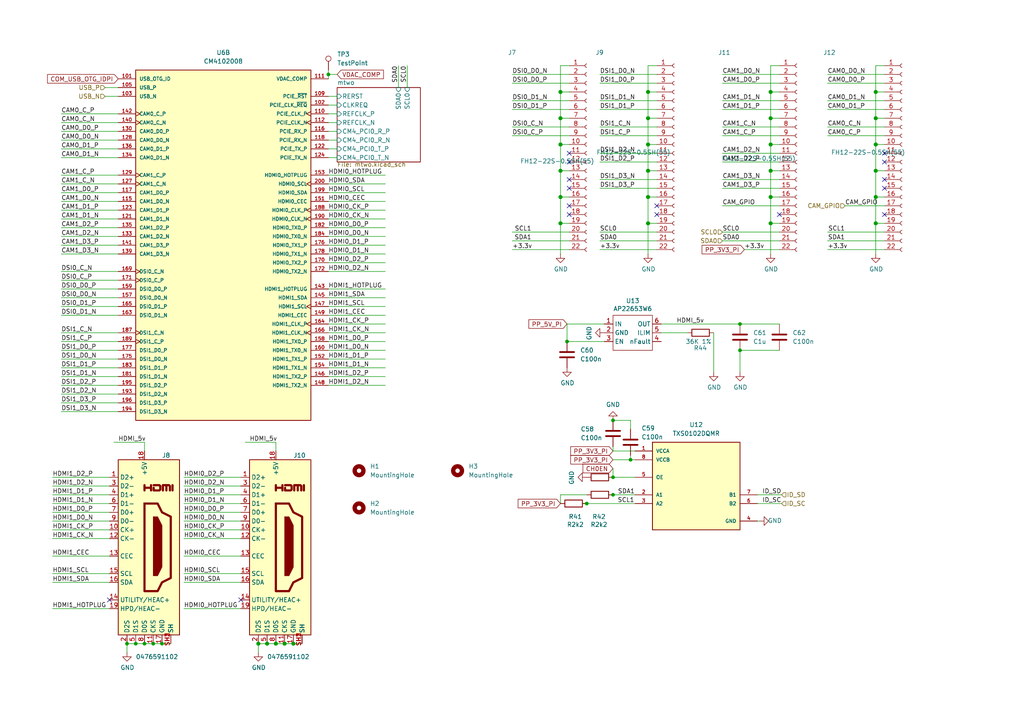
<source format=kicad_sch>
(kicad_sch (version 20231120) (generator "eeschema") (generator_version "8.0")
  (paper "A4")
  (title_block (title "HSI Interfaces") (date "2025-02-17") (rev "2.0") (comment 1 "Matthew Guo") (comment 2 "matthew@paisleymicro.com") (comment 3 "Matthew Guo") (comment 4 "matthew@paisleymicro.com") (comment 5 "Firefly-4") (comment 6 "PAISLEY-FC-4") (comment 7 "2025") (comment 8 "Firefly Automation Controller for RPi CM4"))
  (junction (at 254 64.77) (diameter 1.016))
  (junction (at 77.47 186.69) (diameter 1.016))
  (junction (at 82.55 186.69) (diameter 1.016))
  (junction (at 162.56 34.29) (diameter 1.016))
  (junction (at 164.465 99.06))
  (junction (at 177.8 121.92))
  (junction (at 223.52 34.29) (diameter 1.016))
  (junction (at 223.52 26.67) (diameter 1.016))
  (junction (at 223.52 57.15) (diameter 1.016))
  (junction (at 162.56 57.15) (diameter 1.016))
  (junction (at 187.96 57.15) (diameter 1.016))
  (junction (at 95.25 21.59))
  (junction (at 254 49.53) (diameter 1.016))
  (junction (at 214.63 93.98))
  (junction (at 162.56 41.91) (diameter 1.016))
  (junction (at 214.63 101.6))
  (junction (at 187.96 49.53) (diameter 1.016))
  (junction (at 254 34.29) (diameter 1.016))
  (junction (at 223.52 64.77) (diameter 1.016))
  (junction (at 254 41.91) (diameter 1.016))
  (junction (at 85.09 186.69) (diameter 1.016))
  (junction (at 254 57.15) (diameter 1.016))
  (junction (at 46.99 186.69))
  (junction (at 162.56 49.53) (diameter 1.016))
  (junction (at 223.52 41.91) (diameter 1.016))
  (junction (at 177.8 138.43))
  (junction (at 182.88 133.35))
  (junction (at 254 26.67) (diameter 1.016))
  (junction (at 36.83 186.69))
  (junction (at 187.96 26.67) (diameter 1.016))
  (junction (at 162.56 64.77) (diameter 1.016))
  (junction (at 80.01 186.69) (diameter 1.016))
  (junction (at 41.91 186.69))
  (junction (at 177.8 143.51))
  (junction (at 170.18 146.05))
  (junction (at 74.93 186.69) (diameter 1.016))
  (junction (at 187.96 41.91) (diameter 1.016))
  (junction (at 223.52 49.53) (diameter 1.016))
  (junction (at 44.45 186.69))
  (junction (at 39.37 186.69))
  (junction (at 162.56 26.67) (diameter 1.016))
  (junction (at 187.96 64.77) (diameter 1.016))
  (junction (at 187.96 34.29) (diameter 1.016))
  (no_connect (at 165.1 44.45))
  (no_connect (at 256.54 52.07))
  (no_connect (at 190.5 59.69))
  (no_connect (at 165.1 52.07))
  (no_connect (at 256.54 46.99))
  (no_connect (at 165.1 59.69))
  (no_connect (at 256.54 54.61))
  (no_connect (at 256.54 62.23))
  (no_connect (at 256.54 44.45))
  (no_connect (at 69.85 173.99))
  (no_connect (at 190.5 62.23))
  (no_connect (at 165.1 54.61))
  (no_connect (at 165.1 46.99))
  (no_connect (at 226.06 62.23))
  (no_connect (at 31.75 173.99))
  (no_connect (at 165.1 62.23))
  (wire (pts (xy 173.99 39.37) (xy 190.5 39.37)))
  (wire (pts (xy 95.25 50.8) (xy 111.76 50.8)))
  (wire (pts (xy 184.15 133.35) (xy 182.88 133.35)))
  (wire (pts (xy 162.56 34.29) (xy 162.56 41.91)))
  (wire (pts (xy 17.78 99.06) (xy 34.29 99.06)))
  (wire (pts (xy 15.24 140.97) (xy 31.75 140.97)))
  (wire (pts (xy 187.96 41.91) (xy 187.96 49.53)))
  (wire (pts (xy 209.55 36.83) (xy 226.06 36.83)))
  (wire (pts (xy 17.78 81.28) (xy 34.29 81.28)))
  (wire (pts (xy 223.52 57.15) (xy 226.06 57.15)))
  (wire (pts (xy 53.34 166.37) (xy 69.85 166.37)))
  (wire (pts (xy 209.55 44.45) (xy 226.06 44.45)))
  (wire (pts (xy 17.78 55.88) (xy 34.29 55.88)))
  (wire (pts (xy 182.88 132.08) (xy 182.88 133.35)))
  (wire (pts (xy 223.52 57.15) (xy 223.52 64.77)))
  (wire (pts (xy 95.25 106.68) (xy 111.76 106.68)))
  (wire (pts (xy 115.57 19.05) (xy 115.57 25.4)))
  (wire (pts (xy 148.59 21.59) (xy 165.1 21.59)))
  (wire (pts (xy 162.56 143.51) (xy 162.56 146.05)))
  (wire (pts (xy 95.25 60.96) (xy 111.76 60.96)))
  (wire (pts (xy 74.93 186.69) (xy 77.47 186.69)))
  (wire (pts (xy 226.06 19.05) (xy 223.52 19.05)))
  (wire (pts (xy 240.03 39.37) (xy 256.54 39.37)))
  (wire (pts (xy 165.1 69.85) (xy 148.59 69.85)))
  (wire (pts (xy 187.96 57.15) (xy 190.5 57.15)))
  (wire (pts (xy 209.55 54.61) (xy 226.06 54.61)))
  (wire (pts (xy 177.8 133.35) (xy 182.88 133.35)))
  (wire (pts (xy 41.91 186.69) (xy 44.45 186.69)))
  (wire (pts (xy 254 19.05) (xy 254 26.67)))
  (wire (pts (xy 190.5 19.05) (xy 187.96 19.05)))
  (wire (pts (xy 162.56 26.67) (xy 162.56 34.29)))
  (wire (pts (xy 53.34 176.53) (xy 69.85 176.53)))
  (wire (pts (xy 162.56 34.29) (xy 165.1 34.29)))
  (wire (pts (xy 95.25 71.12) (xy 111.76 71.12)))
  (wire (pts (xy 95.25 33.02) (xy 97.79 33.02)))
  (wire (pts (xy 254 64.77) (xy 256.54 64.77)))
  (wire (pts (xy 214.63 93.98) (xy 191.77 93.98)))
  (wire (pts (xy 17.78 71.12) (xy 34.29 71.12)))
  (wire (pts (xy 17.78 38.1) (xy 34.29 38.1)))
  (wire (pts (xy 80.01 186.69) (xy 82.55 186.69)))
  (wire (pts (xy 223.52 26.67) (xy 223.52 34.29)))
  (wire (pts (xy 74.93 186.69) (xy 74.93 189.23)))
  (wire (pts (xy 95.25 88.9) (xy 111.76 88.9)))
  (wire (pts (xy 15.24 153.67) (xy 31.75 153.67)))
  (wire (pts (xy 177.8 121.92) (xy 182.88 121.92)))
  (wire (pts (xy 95.25 55.88) (xy 111.76 55.88)))
  (wire (pts (xy 95.25 40.64) (xy 97.79 40.64)))
  (wire (pts (xy 240.03 31.75) (xy 256.54 31.75)))
  (wire (pts (xy 209.55 52.07) (xy 226.06 52.07)))
  (wire (pts (xy 17.78 104.14) (xy 34.29 104.14)))
  (wire (pts (xy 209.55 29.21) (xy 226.06 29.21)))
  (wire (pts (xy 17.78 35.56) (xy 34.29 35.56)))
  (wire (pts (xy 95.25 63.5) (xy 111.76 63.5)))
  (wire (pts (xy 95.25 111.76) (xy 111.76 111.76)))
  (wire (pts (xy 17.78 106.68) (xy 34.29 106.68)))
  (wire (pts (xy 187.96 49.53) (xy 190.5 49.53)))
  (wire (pts (xy 187.96 26.67) (xy 187.96 34.29)))
  (wire (pts (xy 162.56 49.53) (xy 165.1 49.53)))
  (wire (pts (xy 177.8 138.43) (xy 184.15 138.43)))
  (wire (pts (xy 223.52 41.91) (xy 226.06 41.91)))
  (wire (pts (xy 15.24 168.91) (xy 31.75 168.91)))
  (wire (pts (xy 17.78 66.04) (xy 34.29 66.04)))
  (wire (pts (xy 173.99 52.07) (xy 190.5 52.07)))
  (wire (pts (xy 17.78 78.74) (xy 34.29 78.74)))
  (wire (pts (xy 256.54 67.31) (xy 240.03 67.31)))
  (wire (pts (xy 190.5 67.31) (xy 173.99 67.31)))
  (wire (pts (xy 17.78 101.6) (xy 34.29 101.6)))
  (wire (pts (xy 148.59 36.83) (xy 165.1 36.83)))
  (wire (pts (xy 254 34.29) (xy 256.54 34.29)))
  (wire (pts (xy 162.56 57.15) (xy 162.56 64.77)))
  (wire (pts (xy 223.52 64.77) (xy 226.06 64.77)))
  (wire (pts (xy 17.78 111.76) (xy 34.29 111.76)))
  (wire (pts (xy 254 57.15) (xy 254 64.77)))
  (wire (pts (xy 162.56 41.91) (xy 162.56 49.53)))
  (wire (pts (xy 256.54 19.05) (xy 254 19.05)))
  (wire (pts (xy 95.25 58.42) (xy 111.76 58.42)))
  (wire (pts (xy 95.25 43.18) (xy 97.79 43.18)))
  (wire (pts (xy 223.52 41.91) (xy 223.52 49.53)))
  (wire (pts (xy 17.78 96.52) (xy 34.29 96.52)))
  (wire (pts (xy 209.55 46.99) (xy 226.06 46.99)))
  (wire (pts (xy 82.55 186.69) (xy 85.09 186.69)))
  (wire (pts (xy 254 26.67) (xy 254 34.29)))
  (wire (pts (xy 17.78 86.36) (xy 34.29 86.36)))
  (wire (pts (xy 190.5 72.39) (xy 173.99 72.39)))
  (wire (pts (xy 162.56 64.77) (xy 165.1 64.77)))
  (wire (pts (xy 177.8 130.81) (xy 184.15 130.81)))
  (wire (pts (xy 173.99 29.21) (xy 190.5 29.21)))
  (wire (pts (xy 176.53 143.51) (xy 177.8 143.51)))
  (wire (pts (xy 53.34 148.59) (xy 69.85 148.59)))
  (wire (pts (xy 53.34 151.13) (xy 69.85 151.13)))
  (wire (pts (xy 17.78 88.9) (xy 34.29 88.9)))
  (wire (pts (xy 95.25 45.72) (xy 97.79 45.72)))
  (wire (pts (xy 53.34 140.97) (xy 69.85 140.97)))
  (wire (pts (xy 187.96 34.29) (xy 187.96 41.91)))
  (wire (pts (xy 148.59 31.75) (xy 165.1 31.75)))
  (wire (pts (xy 240.03 36.83) (xy 256.54 36.83)))
  (wire (pts (xy 36.83 186.69) (xy 36.83 189.23)))
  (wire (pts (xy 15.24 156.21) (xy 31.75 156.21)))
  (wire (pts (xy 223.52 34.29) (xy 226.06 34.29)))
  (wire (pts (xy 223.52 26.67) (xy 226.06 26.67)))
  (wire (pts (xy 209.55 21.59) (xy 226.06 21.59)))
  (wire (pts (xy 164.465 93.98) (xy 175.26 93.98)))
  (wire (pts (xy 226.06 69.85) (xy 209.55 69.85)))
  (wire (pts (xy 173.99 46.99) (xy 190.5 46.99)))
  (wire (pts (xy 17.78 40.64) (xy 34.29 40.64)))
  (wire (pts (xy 187.96 34.29) (xy 190.5 34.29)))
  (wire (pts (xy 95.25 83.82) (xy 111.76 83.82)))
  (wire (pts (xy 214.63 93.98) (xy 226.06 93.98)))
  (wire (pts (xy 162.56 57.15) (xy 165.1 57.15)))
  (wire (pts (xy 53.34 161.29) (xy 69.85 161.29)))
  (wire (pts (xy 95.25 38.1) (xy 97.79 38.1)))
  (wire (pts (xy 256.54 69.85) (xy 240.03 69.85)))
  (wire (pts (xy 245.11 59.69) (xy 256.54 59.69)))
  (wire (pts (xy 53.34 138.43) (xy 69.85 138.43)))
  (wire (pts (xy 164.465 99.06) (xy 164.465 93.98)))
  (wire (pts (xy 33.02 128.27) (xy 41.91 128.27)))
  (wire (pts (xy 95.25 91.44) (xy 111.76 91.44)))
  (wire (pts (xy 223.52 64.77) (xy 223.52 73.66)))
  (wire (pts (xy 226.695 143.51) (xy 219.71 143.51)))
  (wire (pts (xy 187.96 57.15) (xy 187.96 64.77)))
  (wire (pts (xy 214.63 101.6) (xy 226.06 101.6)))
  (wire (pts (xy 187.96 19.05) (xy 187.96 26.67)))
  (wire (pts (xy 95.25 109.22) (xy 111.76 109.22)))
  (wire (pts (xy 17.78 45.72) (xy 34.29 45.72)))
  (wire (pts (xy 39.37 186.69) (xy 41.91 186.69)))
  (wire (pts (xy 53.34 146.05) (xy 69.85 146.05)))
  (wire (pts (xy 170.18 143.51) (xy 162.56 143.51)))
  (wire (pts (xy 15.24 166.37) (xy 31.75 166.37)))
  (wire (pts (xy 254 49.53) (xy 256.54 49.53)))
  (wire (pts (xy 95.25 86.36) (xy 111.76 86.36)))
  (wire (pts (xy 17.78 91.44) (xy 34.29 91.44)))
  (wire (pts (xy 15.24 151.13) (xy 31.75 151.13)))
  (wire (pts (xy 165.1 19.05) (xy 162.56 19.05)))
  (wire (pts (xy 177.8 129.54) (xy 177.8 130.81)))
  (wire (pts (xy 95.25 99.06) (xy 111.76 99.06)))
  (wire (pts (xy 95.25 73.66) (xy 111.76 73.66)))
  (wire (pts (xy 240.03 24.13) (xy 256.54 24.13)))
  (wire (pts (xy 17.78 114.3) (xy 34.29 114.3)))
  (wire (pts (xy 53.34 156.21) (xy 69.85 156.21)))
  (wire (pts (xy 95.25 76.2) (xy 111.76 76.2)))
  (wire (pts (xy 170.18 146.05) (xy 184.023 146.05)))
  (wire (pts (xy 190.5 69.85) (xy 173.99 69.85)))
  (wire (pts (xy 30.48 27.94) (xy 34.29 27.94)))
  (wire (pts (xy 95.25 20.32) (xy 95.25 21.59)))
  (wire (pts (xy 36.83 186.69) (xy 39.37 186.69)))
  (wire (pts (xy 209.55 39.37) (xy 226.06 39.37)))
  (wire (pts (xy 44.45 186.69) (xy 46.99 186.69)))
  (wire (pts (xy 223.52 49.53) (xy 223.52 57.15)))
  (wire (pts (xy 30.48 25.4) (xy 34.29 25.4)))
  (wire (pts (xy 209.55 24.13) (xy 226.06 24.13)))
  (wire (pts (xy 46.99 186.69) (xy 49.53 186.69)))
  (wire (pts (xy 187.96 64.77) (xy 190.5 64.77)))
  (wire (pts (xy 95.25 104.14) (xy 111.76 104.14)))
  (wire (pts (xy 215.9 72.39) (xy 226.06 72.39)))
  (wire (pts (xy 85.09 186.69) (xy 87.63 186.69)))
  (wire (pts (xy 223.52 19.05) (xy 223.52 26.67)))
  (wire (pts (xy 15.24 146.05) (xy 31.75 146.05)))
  (wire (pts (xy 17.78 119.38) (xy 34.29 119.38)))
  (wire (pts (xy 95.25 78.74) (xy 111.76 78.74)))
  (wire (pts (xy 162.56 41.91) (xy 165.1 41.91)))
  (wire (pts (xy 17.78 60.96) (xy 34.29 60.96)))
  (wire (pts (xy 165.1 67.31) (xy 148.59 67.31)))
  (wire (pts (xy 209.55 31.75) (xy 226.06 31.75)))
  (wire (pts (xy 187.96 64.77) (xy 187.96 73.66)))
  (wire (pts (xy 223.52 34.29) (xy 223.52 41.91)))
  (wire (pts (xy 173.99 21.59) (xy 190.5 21.59)))
  (wire (pts (xy 17.78 53.34) (xy 34.29 53.34)))
  (wire (pts (xy 162.56 64.77) (xy 162.56 73.66)))
  (wire (pts (xy 173.99 44.45) (xy 190.5 44.45)))
  (wire (pts (xy 17.78 109.22) (xy 34.29 109.22)))
  (wire (pts (xy 254 41.91) (xy 256.54 41.91)))
  (wire (pts (xy 254 26.67) (xy 256.54 26.67)))
  (wire (pts (xy 209.55 59.69) (xy 226.06 59.69)))
  (wire (pts (xy 214.63 107.95) (xy 214.63 101.6)))
  (wire (pts (xy 15.24 143.51) (xy 31.75 143.51)))
  (wire (pts (xy 254 64.77) (xy 254 73.66)))
  (wire (pts (xy 162.56 49.53) (xy 162.56 57.15)))
  (wire (pts (xy 17.78 50.8) (xy 34.29 50.8)))
  (wire (pts (xy 187.96 41.91) (xy 190.5 41.91)))
  (wire (pts (xy 254 41.91) (xy 254 49.53)))
  (wire (pts (xy 80.01 128.27) (xy 80.01 130.81)))
  (wire (pts (xy 17.78 68.58) (xy 34.29 68.58)))
  (wire (pts (xy 97.79 21.59) (xy 95.25 21.59)))
  (wire (pts (xy 95.25 96.52) (xy 111.76 96.52)))
  (wire (pts (xy 95.25 101.6) (xy 111.76 101.6)))
  (wire (pts (xy 53.34 143.51) (xy 69.85 143.51)))
  (wire (pts (xy 17.78 73.66) (xy 34.29 73.66)))
  (wire (pts (xy 118.11 19.05) (xy 118.11 25.4)))
  (wire (pts (xy 162.56 26.67) (xy 165.1 26.67)))
  (wire (pts (xy 53.34 153.67) (xy 69.85 153.67)))
  (wire (pts (xy 254 49.53) (xy 254 57.15)))
  (wire (pts (xy 162.56 19.05) (xy 162.56 26.67)))
  (wire (pts (xy 95.25 27.94) (xy 97.79 27.94)))
  (wire (pts (xy 168.91 146.05) (xy 170.18 146.05)))
  (wire (pts (xy 17.78 43.18) (xy 34.29 43.18)))
  (wire (pts (xy 177.8 135.89) (xy 177.8 138.43)))
  (wire (pts (xy 207.01 96.52) (xy 207.01 107.95)))
  (wire (pts (xy 148.59 29.21) (xy 165.1 29.21)))
  (wire (pts (xy 95.25 30.48) (xy 97.79 30.48)))
  (wire (pts (xy 95.25 21.59) (xy 95.25 22.86)))
  (wire (pts (xy 254 57.15) (xy 256.54 57.15)))
  (wire (pts (xy 15.24 176.53) (xy 31.75 176.53)))
  (wire (pts (xy 256.54 72.39) (xy 240.03 72.39)))
  (wire (pts (xy 173.99 36.83) (xy 190.5 36.83)))
  (wire (pts (xy 17.78 83.82) (xy 34.29 83.82)))
  (wire (pts (xy 177.8 143.51) (xy 184.15 143.51)))
  (wire (pts (xy 182.88 121.92) (xy 182.88 124.46)))
  (wire (pts (xy 187.96 26.67) (xy 190.5 26.67)))
  (wire (pts (xy 165.1 72.39) (xy 148.59 72.39)))
  (wire (pts (xy 187.96 49.53) (xy 187.96 57.15)))
  (wire (pts (xy 71.12 128.27) (xy 80.01 128.27)))
  (wire (pts (xy 148.59 39.37) (xy 165.1 39.37)))
  (wire (pts (xy 173.99 31.75) (xy 190.5 31.75)))
  (wire (pts (xy 15.24 148.59) (xy 31.75 148.59)))
  (wire (pts (xy 173.99 54.61) (xy 190.5 54.61)))
  (wire (pts (xy 53.34 168.91) (xy 69.85 168.91)))
  (wire (pts (xy 175.26 99.06) (xy 164.465 99.06)))
  (wire (pts (xy 219.71 151.13) (xy 220.345 151.13)))
  (wire (pts (xy 240.03 21.59) (xy 256.54 21.59)))
  (wire (pts (xy 226.695 146.05) (xy 219.71 146.05)))
  (wire (pts (xy 95.25 35.56) (xy 97.79 35.56)))
  (wire (pts (xy 95.25 66.04) (xy 111.76 66.04)))
  (wire (pts (xy 95.25 53.34) (xy 111.76 53.34)))
  (wire (pts (xy 254 34.29) (xy 254 41.91)))
  (wire (pts (xy 173.99 24.13) (xy 190.5 24.13)))
  (wire (pts (xy 77.47 186.69) (xy 80.01 186.69)))
  (wire (pts (xy 223.52 49.53) (xy 226.06 49.53)))
  (wire (pts (xy 15.24 138.43) (xy 31.75 138.43)))
  (wire (pts (xy 95.25 68.58) (xy 111.76 68.58)))
  (wire (pts (xy 148.59 24.13) (xy 165.1 24.13)))
  (wire (pts (xy 191.77 96.52) (xy 199.39 96.52)))
  (wire (pts (xy 15.24 161.29) (xy 31.75 161.29)))
  (wire (pts (xy 41.91 128.27) (xy 41.91 130.81)))
  (wire (pts (xy 95.25 93.98) (xy 111.76 93.98)))
  (wire (pts (xy 240.03 29.21) (xy 256.54 29.21)))
  (wire (pts (xy 17.78 33.02) (xy 34.29 33.02)))
  (wire (pts (xy 17.78 58.42) (xy 34.29 58.42)))
  (wire (pts (xy 17.78 63.5) (xy 34.29 63.5)))
  (wire (pts (xy 226.06 67.31) (xy 209.55 67.31)))
  (wire (pts (xy 17.78 116.84) (xy 34.29 116.84)))
  (label "CAM0_D1_P" (at 240.03 31.75 0))
  (label "DSI0_D0_P" (at 148.59 24.13 0))
  (label "DSI1_D0_N" (at 173.99 21.59 0))
  (label "HDMI1_SCL" (at 15.24 166.37 0))
  (label "HDMI0_D0_N" (at 53.34 151.13 0))
  (label "ID_SD" (at 221.107 143.51 0))
  (label "CAM0_D1_N" (at 240.03 29.21 0))
  (label "CAM1_D0_N" (at 17.78 58.42 0))
  (label "DSI1_D2_N" (at 17.78 114.3 0))
  (label "DSI0_D1_N" (at 17.78 91.44 0))
  (label "DSI0_C_P" (at 148.59 39.37 0))
  (label "HDMI1_CEC" (at 15.24 161.29 0))
  (label "DSI1_D2_N" (at 173.99 44.45 0))
  (label "HDMI0_D1_N" (at 95.25 73.66 0))
  (label "ID_SC" (at 221.107 146.05 0))
  (label "SCL1" (at 184.023 146.05 180))
  (label "DSI1_D1_P" (at 17.78 106.68 0))
  (label "CAM1_D1_N" (at 17.78 63.5 0))
  (label "CAM1_C_P" (at 209.55 39.37 0))
  (label "HDMI1_CK_N" (at 95.25 96.52 0))
  (label "SDA0" (at 115.57 19.05 270))
  (label "CAM0_C_N" (at 240.03 36.83 0))
  (label "HDMI0_D1_P" (at 95.25 71.12 0))
  (label "HDMI1_SDA" (at 15.24 168.91 0))
  (label "HDMI1_D0_P" (at 95.25 99.06 0))
  (label "HDMI_5v" (at 72.39 128.27 0))
  (label "CAM0_C_N" (at 17.78 35.56 0))
  (label "HDMI1_D1_N" (at 95.25 106.68 0))
  (label "HDMI1_SDA" (at 95.25 86.36 0))
  (label "SDA0" (at 209.55 69.85 0))
  (label "CAM0_D0_N" (at 240.03 21.59 0))
  (label "DSI0_D0_N" (at 17.78 86.36 0))
  (label "+3.3v" (at 240.03 72.39 0))
  (label "HDMI1_D2_N" (at 15.24 140.97 0))
  (label "HDMI1_D1_P" (at 95.25 104.14 0))
  (label "HDMI1_D2_N" (at 95.25 111.76 0))
  (label "HDMI0_D2_P" (at 95.25 76.2 0))
  (label "DSI0_D0_N" (at 148.59 21.59 0))
  (label "HDMI_5v" (at 34.29 128.27 0))
  (label "HDMI0_SDA" (at 53.34 168.91 0))
  (label "CAM0_D0_N" (at 17.78 40.64 0))
  (label "HDMI1_HOTPLUG" (at 15.24 176.53 0))
  (label "HDMI1_D1_N" (at 15.24 146.05 0))
  (label "DSI1_D2_P" (at 173.99 46.99 0))
  (label "CAM1_D0_P" (at 209.55 24.13 0))
  (label "SCL0" (at 209.55 67.31 0))
  (label "DSI1_D3_P" (at 173.99 54.61 0))
  (label "HDMI1_CK_P" (at 95.25 93.98 0))
  (label "DSI1_D2_P" (at 17.78 111.76 0))
  (label "DSI0_C_N" (at 17.78 78.74 0))
  (label "SDA0" (at 173.99 69.85 0))
  (label "HDMI0_D0_P" (at 95.25 66.04 0))
  (label "+3.3v" (at 173.99 72.39 0))
  (label "+3.3v" (at 148.59 72.39 0))
  (label "DSI1_D0_P" (at 17.78 101.6 0))
  (label "HDMI0_CEC" (at 53.34 161.29 0))
  (label "CAM1_C_N" (at 17.78 53.34 0))
  (label "HDMI0_D2_N" (at 95.25 78.74 0))
  (label "SCL0" (at 173.99 67.31 0))
  (label "HDMI0_CK_P" (at 95.25 60.96 0))
  (label "SDA1" (at 245.11 69.85 180))
  (label "DSI1_C_N" (at 17.78 96.52 0))
  (label "HDMI0_SCL" (at 53.34 166.37 0))
  (label "DSI0_D0_P" (at 17.78 83.82 0))
  (label "SCL1" (at 245.11 67.31 180))
  (label "CAM1_D2_P" (at 17.78 66.04 0))
  (label "CAM0_D1_P" (at 17.78 43.18 0))
  (label "DSI1_C_P" (at 17.78 99.06 0))
  (label "CAM1_D3_N" (at 209.55 52.07 0))
  (label "SCL1" (at 154.178 67.31 180))
  (label "CAM1_D0_N" (at 209.55 21.59 0))
  (label "CAM0_C_P" (at 240.03 39.37 0))
  (label "HDMI1_D2_P" (at 95.25 109.22 0))
  (label "DSI1_D1_N" (at 173.99 29.21 0))
  (label "CAM1_D3_P" (at 209.55 54.61 0))
  (label "CAM1_C_P" (at 17.78 50.8 0))
  (label "HDMI1_D0_N" (at 95.25 101.6 0))
  (label "HDMI1_D0_P" (at 15.24 148.59 0))
  (label "HDMI0_D0_P" (at 53.34 148.59 0))
  (label "HDMI0_D2_P" (at 53.34 138.43 0))
  (label "DSI1_D1_P" (at 173.99 31.75 0))
  (label "HDMI0_SCL" (at 95.25 55.88 0))
  (label "CAM1_D2_P" (at 209.55 46.99 0))
  (label "DSI0_D1_N" (at 148.59 29.21 0))
  (label "CAM1_D0_P" (at 17.78 55.88 0))
  (label "DSI1_C_N" (at 173.99 36.83 0))
  (label "DSI0_C_P" (at 17.78 81.28 0))
  (label "CAM1_D1_P" (at 17.78 60.96 0))
  (label "SDA1" (at 154.178 69.85 180))
  (label "DSI1_C_P" (at 173.99 39.37 0))
  (label "HDMI1_CK_P" (at 15.24 153.67 0))
  (label "HDMI1_CEC" (at 95.25 91.44 0))
  (label "HDMI0_CEC" (at 95.25 58.42 0))
  (label "CAM_GPIO" (at 245.11 59.69 0))
  (label "HDMI0_CK_N" (at 95.25 63.5 0))
  (label "CAM1_D1_P" (at 209.55 31.75 0))
  (label "HDMI0_D1_P" (at 53.34 143.51 0))
  (label "CAM1_D3_P" (at 17.78 71.12 0))
  (label "CAM1_D1_N" (at 209.55 29.21 0))
  (label "SDA1" (at 184.15 143.51 180))
  (label "CAM1_C_N" (at 209.55 36.83 0))
  (label "CAM0_D1_N" (at 17.78 45.72 0))
  (label "+3.3v" (at 215.9 72.39 0))
  (label "CAM0_C_P" (at 17.78 33.02 0))
  (label "HDMI1_D0_N" (at 15.24 151.13 0))
  (label "DSI0_D1_P" (at 148.59 31.75 0))
  (label "HDMI0_SDA" (at 95.25 53.34 0))
  (label "CAM0_D0_P" (at 240.03 24.13 0))
  (label "HDMI0_D2_N" (at 53.34 140.97 0))
  (label "DSI1_D3_N" (at 17.78 119.38 0))
  (label "HDMI1_D2_P" (at 15.24 138.43 0))
  (label "HDMI0_HOTPLUG" (at 95.25 50.8 0))
  (label "SCL0" (at 118.11 19.05 270))
  (label "HDMI0_HOTPLUG" (at 53.34 176.53 0))
  (label "HDMI1_SCL" (at 95.25 88.9 0))
  (label "HDMI0_D1_N" (at 53.34 146.05 0))
  (label "HDMI0_CK_P" (at 53.34 153.67 0))
  (label "DSI1_D3_P" (at 17.78 116.84 0))
  (label "HDMI0_D0_N" (at 95.25 68.58 0))
  (label "HDMI1_HOTPLUG" (at 95.25 83.82 0))
  (label "DSI1_D0_N" (at 17.78 104.14 0))
  (label "HDMI0_CK_N" (at 53.34 156.21 0))
  (label "DSI0_D1_P" (at 17.78 88.9 0))
  (label "CAM_GPIO" (at 209.55 59.69 0))
  (label "HDMI1_D1_P" (at 15.24 143.51 0))
  (label "DSI1_D0_P" (at 173.99 24.13 0))
  (label "CAM0_D0_P" (at 17.78 38.1 0))
  (label "CAM1_D2_N" (at 17.78 68.58 0))
  (label "CAM1_D3_N" (at 17.78 73.66 0))
  (label "DSI1_D1_N" (at 17.78 109.22 0))
  (label "HDMI_5v" (at 196.215 93.98 0))
  (label "HDMI1_CK_N" (at 15.24 156.21 0))
  (label "DSI1_D3_N" (at 173.99 52.07 0))
  (label "CAM1_D2_N" (at 209.55 44.45 0))
  (label "DSI0_C_N" (at 148.59 36.83 0))
  (global_label "COM_USB_OTG_IDPI" (shape input) (at 34.29 22.86 180) (property "Intersheetrefs" "${INTERSHEET_REFS}" (effects (hide yes))))
  (global_label "PP_5V_PI" (shape input) (at 164.465 93.98 180) (property "Intersheetrefs" "${INTERSHEET_REFS}" (effects (hide yes))))
  (global_label "VDAC_COMP" (shape input) (at 97.79 21.59 0) (property "Intersheetrefs" "${INTERSHEET_REFS}" (effects (hide yes))))
  (global_label "PP_3V3_PI" (shape input) (at 162.56 146.05 180) (property "Intersheetrefs" "${INTERSHEET_REFS}" (effects (hide yes))))
  (global_label "PP_3V3_PI" (shape input) (at 177.8 130.81 180) (property "Intersheetrefs" "${INTERSHEET_REFS}" (effects (hide yes))))
  (global_label "PP_3V3_PI" (shape input) (at 215.9 72.39 180) (property "Intersheetrefs" "${INTERSHEET_REFS}" (effects (hide yes))))
  (global_label "CH0EN" (shape input) (at 177.8 135.89 180) (property "Intersheetrefs" "${INTERSHEET_REFS}" (effects (hide yes))))
  (global_label "PP_3V3_PI" (shape input) (at 177.8 133.35 180) (property "Intersheetrefs" "${INTERSHEET_REFS}" (effects (hide yes))))
  (hierarchical_label "SDA0" (shape input) (at 209.55 69.85 180))
  (hierarchical_label "CAM_GPIO" (shape input) (at 245.11 59.69 180))
  (hierarchical_label "SCL0" (shape input) (at 209.55 67.31 180))
  (hierarchical_label "ID_SC" (shape input) (at 226.695 146.05 0))
  (hierarchical_label "USB_N" (shape input) (at 30.48 27.94 180))
  (hierarchical_label "USB_P" (shape input) (at 30.48 25.4 180))
  (hierarchical_label "ID_SD" (shape input) (at 226.695 143.51 0))
  (symbol (lib_id "aaafootprintlib:CM4102008") (at 64.77 71.12 0) (unit 2)
    (property "Reference" "U6" (at 64.77 15.24 0))
    (property "Value" "CM4102008" (at 64.77 17.78 0))
    (property "Footprint" "MODULE_CM4102008" (effects (hide yes)))
  )
  (symbol (lib_id "power:GND") (at 214.63 107.95 0) (unit 1)
    (property "Reference" "#PWR068" (effects (hide yes)))
    (property "Value" "GND" (at 214.757 112.3442 0))
  )
  (symbol (lib_id "power:GND") (at 164.465 106.68 0) (unit 1)
    (property "Reference" "#PWR062" (effects (hide yes)))
    (property "Value" "GND" (at 164.592 111.0742 0))
  )
  (symbol (lib_id "Connector:Conn_01x22_Female") (at 261.62 44.45 0) (unit 1)
    (property "Reference" "J12" (at 238.76 15.24 0) (effects (justify left)))
    (property "Value" "FH12-22S-0.5SH(55)" (at 241.046 44.196 0) (effects (justify left)))
    (property "Footprint" "Hirose_FH12-22S-0.5SH_1x22-1MP_P0.50mm_Horizontal" (effects (hide yes)))
  )
  (symbol (lib_id "Connector:Conn_01x22_Female") (at 195.58 44.45 0) (unit 1)
    (property "Reference" "J9" (at 172.72 15.24 0) (effects (justify left)))
    (property "Value" "FH12-22S-0.5SH(55)" (at 172.974 44.196 0) (effects (justify left)))
    (property "Footprint" "Hirose_FH12-22S-0.5SH_1x22-1MP_P0.50mm_Horizontal" (effects (hide yes)))
  )
  (symbol (lib_id "Device:R") (at 166.37 146.05 90) (unit 1)
    (property "Reference" "R41" (at 166.878 149.86 90))
    (property "Value" "R2k2" (at 166.878 152.146 90))
    (property "Footprint" "Resistor_SMD:R_0402_1005Metric" (effects (hide yes)))
  )
  (symbol (lib_id "Device:C") (at 177.8 125.73 0) (unit 1)
    (property "Reference" "C58" (at 168.402 124.46 0) (effects (justify left)))
    (property "Value" "C100n" (at 168.402 127 0) (effects (justify left)))
    (property "Footprint" "Capacitor_SMD:C_0402_1005Metric" (effects (hide yes)))
  )
  (symbol (lib_id "Connector:Conn_01x22_Female") (at 170.18 44.45 0) (unit 1)
    (property "Reference" "J7" (at 147.32 15.24 0) (effects (justify left)))
    (property "Value" "FH12-22S-0.5SH(55)" (at 150.876 46.736 0) (effects (justify left)))
    (property "Footprint" "Hirose_FH12-22S-0.5SH_1x22-1MP_P0.50mm_Horizontal" (effects (hide yes)))
  )
  (symbol (lib_id "power:GND") (at 170.18 138.43 270) (unit 1)
    (property "Reference" "#PWR056" (effects (hide yes)))
    (property "Value" "GND" (at 165.7858 138.557 0))
  )
  (symbol (lib_id "power:GND") (at 220.345 151.13 90) (unit 1)
    (property "Reference" "#PWR061" (effects (hide yes)))
    (property "Value" "GND" (at 224.7392 151.003 90))
  )
  (symbol (lib_id "power:GND") (at 207.01 107.95 0) (unit 1)
    (property "Reference" "#PWR066" (effects (hide yes)))
    (property "Value" "GND" (at 207.137 112.3442 0))
  )
  (symbol (lib_id "power:GND") (at 74.93 189.23 0) (unit 1)
    (property "Reference" "#PWR069" (effects (hide yes)))
    (property "Value" "GND" (at 75.057 193.6242 0))
  )
  (symbol (lib_id "Device:R") (at 173.99 138.43 90) (mirror x) (unit 1)
    (property "Reference" "R43" (effects (hide yes)))
    (property "Value" "R10k" (effects (hide yes)))
    (property "Footprint" "Resistor_SMD:R_0402_1005Metric" (effects (hide yes)))
  )
  (symbol (lib_id "power:GND") (at 162.56 73.66 0) (unit 1)
    (property "Reference" "#PWR064" (effects (hide yes)))
    (property "Value" "GND" (at 162.687 78.0542 0))
  )
  (symbol (lib_id "Mechanical:MountingHole") (at 104.14 136.525 0) (unit 1)
    (property "Reference" "H1" (at 107.315 135.255 0) (effects (justify left)))
    (property "Value" "MountingHole" (at 107.315 137.795 0) (effects (justify left)))
    (property "Footprint" "MountingHole:MountingHole_2.7mm_M2.5" (effects (hide yes)))
  )
  (symbol (lib_id "Mechanical:MountingHole") (at 104.14 147.32 0) (unit 1)
    (property "Reference" "H2" (at 107.315 146.05 0) (effects (justify left)))
    (property "Value" "MountingHole" (at 107.315 148.59 0) (effects (justify left)))
    (property "Footprint" "MountingHole:MountingHole_2.7mm_M2.5" (effects (hide yes)))
  )
  (symbol (lib_id "power:GND") (at 254 73.66 0) (unit 1)
    (property "Reference" "#PWR071" (effects (hide yes)))
    (property "Value" "GND" (at 254.127 78.0542 0))
  )
  (symbol (lib_id "CM4IO:AP2553W6") (at 184.15 96.52 0) (unit 1)
    (property "Reference" "U13" (at 183.515 87.249 0))
    (property "Value" "AP22653W6" (at 183.515 89.5604 0))
    (property "Footprint" "Package_TO_SOT_SMD:SOT-23-6" (effects (hide yes)))
  )
  (symbol (lib_id "Device:C") (at 214.63 97.79 0) (unit 1)
    (property "Reference" "C61" (at 218.44 96.52 0) (effects (justify left)))
    (property "Value" "C1u" (at 218.44 99.06 0) (effects (justify left)))
    (property "Footprint" "Capacitor_SMD:C_0402_1005Metric" (effects (hide yes)))
  )
  (symbol (lib_id "Mechanical:MountingHole") (at 132.715 136.525 0) (unit 1)
    (property "Reference" "H3" (at 135.89 135.255 0) (effects (justify left)))
    (property "Value" "MountingHole" (at 135.89 137.795 0) (effects (justify left)))
    (property "Footprint" "MountingHole:MountingHole_2.7mm_M2.5" (effects (hide yes)))
  )
  (symbol (lib_name "HDMI_A_1.4_1") (lib_id "CM4IO:HDMI_A_1.4") (at 80.01 158.75 0) (unit 1)
    (property "Reference" "J10" (at 85.09 132.08 0) (effects (justify left)))
    (property "Value" "0476591102" (at 77.47 190.5 0) (effects (justify left)))
    (property "Footprint" "MOLEX_476591100" (effects (hide yes)))
  )
  (symbol (lib_id "Connector:TestPoint") (at 95.25 20.32 0) (unit 1) (in_bom no)
    (property "Reference" "TP3" (at 97.79 15.748 0) (effects (justify left)))
    (property "Value" "TestPoint" (at 97.79 18.288 0) (effects (justify left)))
    (property "Footprint" "TestPoint:TestPoint_Pad_D1.0mm" (effects (hide yes)))
  )
  (symbol (lib_id "Device:C") (at 226.06 97.79 0) (unit 1)
    (property "Reference" "C62" (at 229.87 96.52 0) (effects (justify left)))
    (property "Value" "C100n" (at 229.87 99.06 0) (effects (justify left)))
    (property "Footprint" "Capacitor_SMD:C_0402_1005Metric" (effects (hide yes)))
  )
  (symbol (lib_id "Device:C") (at 182.88 128.27 0) (unit 1)
    (property "Reference" "C59" (at 186.055 124.206 0) (effects (justify left)))
    (property "Value" "C100n" (at 186.055 126.746 0) (effects (justify left)))
    (property "Footprint" "Capacitor_SMD:C_0402_1005Metric" (effects (hide yes)))
  )
  (symbol (lib_id "Device:R") (at 203.2 96.52 90) (unit 1)
    (property "Reference" "R44" (at 205.105 100.965 90) (effects (justify left)))
    (property "Value" "36K 1%" (at 206.375 99.06 90) (effects (justify left)))
    (property "Footprint" "Resistor_SMD:R_0402_1005Metric" (effects (hide yes)))
  )
  (symbol (lib_id "power:GND") (at 187.96 73.66 0) (unit 1)
    (property "Reference" "#PWR067" (effects (hide yes)))
    (property "Value" "GND" (at 188.087 78.0542 0))
  )
  (symbol (lib_id "power:GND") (at 36.83 189.23 0) (unit 1)
    (property "Reference" "#PWR065" (effects (hide yes)))
    (property "Value" "GND" (at 36.957 193.6242 0))
  )
  (symbol (lib_id "power:GND") (at 177.8 121.92 180) (unit 1)
    (property "Reference" "#PWR057" (effects (hide yes)))
    (property "Value" "GND" (at 177.8 117.348 0))
  )
  (symbol (lib_id "power:GND") (at 223.52 73.66 0) (unit 1)
    (property "Reference" "#PWR070" (effects (hide yes)))
    (property "Value" "GND" (at 223.647 78.0542 0))
  )
  (symbol (lib_id "Connector:Conn_01x22_Female") (at 231.14 44.45 0) (unit 1)
    (property "Reference" "J11" (at 208.28 15.24 0) (effects (justify left)))
    (property "Value" "FH12-22S-0.5SH(55)" (at 209.296 45.974 0) (effects (justify left)))
    (property "Footprint" "Hirose_FH12-22S-0.5SH_1x22-1MP_P0.50mm_Horizontal" (effects (hide yes)))
  )
  (symbol (lib_id "power:GND") (at 175.26 96.52 270) (unit 1)
    (property "Reference" "#PWR063" (effects (hide yes)))
    (property "Value" "GND" (at 170.8658 96.647 0))
  )
  (symbol (lib_id "Device:R") (at 173.99 143.51 90) (unit 1)
    (property "Reference" "R42" (at 173.736 149.86 90))
    (property "Value" "R2k2" (at 173.736 152.146 90))
    (property "Footprint" "Resistor_SMD:R_0402_1005Metric" (effects (hide yes)))
  )
  (symbol (lib_id "CM4IO:HDMI_A_1.4") (at 41.91 158.75 0) (unit 1)
    (property "Reference" "J8" (at 46.99 132.08 0) (effects (justify left)))
    (property "Value" "0476591102" (at 39.37 190.5 0) (effects (justify left)))
    (property "Footprint" "MOLEX_476591100" (effects (hide yes)))
  )
  (symbol (lib_id "aaafootprintlib:TXS0102DQMR") (at 201.93 140.97 0) (unit 1)
    (property "Reference" "U12" (at 201.93 123.19 0))
    (property "Value" "TXS0102DQMR" (at 201.93 125.73 0))
    (property "Footprint" "IC_TXS0102DQMR" (effects (hide yes)))
  )
  (symbol (lib_id "Device:C") (at 164.465 102.87 0) (unit 1)
    (property "Reference" "C60" (at 168.275 101.6 0) (effects (justify left)))
    (property "Value" "C100n" (at 168.275 104.14 0) (effects (justify left)))
    (property "Footprint" "Capacitor_SMD:C_0402_1005Metric" (effects (hide yes)))
  )
  (sheet (at 97.79 25.4) (size 24.13 21.59) (stroke (width 0.1524))
    (property "Sheetname" "mtwo" (at 97.79 24.6884 0) (effects (justify left bottom)))
    (property "Sheetfile" "mtwo.kicad_sch" (at 97.79 46.9396 0) (effects (justify left top)))
    (pin "REFCLK_P" input (at 97.79 33.02 180))
    (pin "REFCLK_N" input (at 97.79 35.56 180))
    (pin "CLKREQ" input (at 97.79 30.48 180))
    (pin "RERST" input (at 97.79 27.94 180))
    (pin "CM4_PCI0_R_N" input (at 97.79 40.64 180))
    (pin "CM4_PCI0_R_P" input (at 97.79 38.1 180))
    (pin "CM4_PCI0_T_P" input (at 97.79 43.18 180))
    (pin "CM4_PCI0_T_N" input (at 97.79 45.72 180))
    (pin "SDA0" input (at 115.57 25.4 90))
    (pin "SCL0" input (at 118.11 25.4 90))
  )
)
</source>
